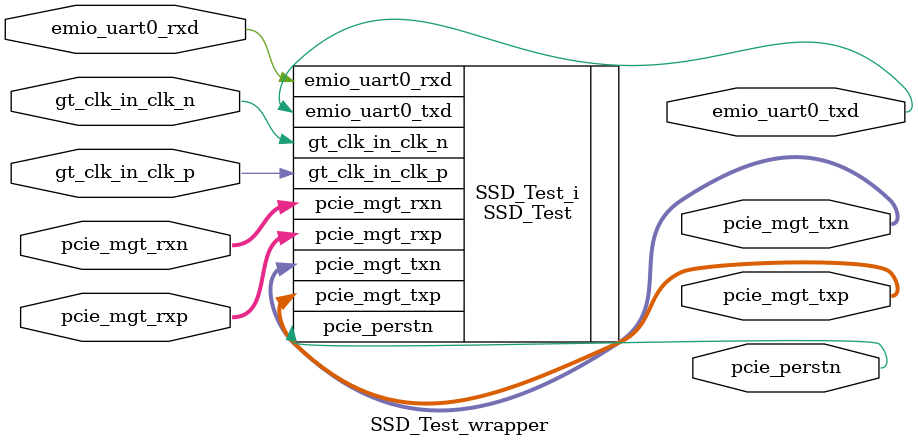
<source format=v>
`timescale 1 ps / 1 ps

module SSD_Test_wrapper
   (emio_uart0_rxd,
    emio_uart0_txd,
    gt_clk_in_clk_n,
    gt_clk_in_clk_p,
    pcie_mgt_rxn,
    pcie_mgt_rxp,
    pcie_mgt_txn,
    pcie_mgt_txp,
    pcie_perstn);
  input emio_uart0_rxd;
  output emio_uart0_txd;
  input [0:0]gt_clk_in_clk_n;
  input [0:0]gt_clk_in_clk_p;
  input [3:0]pcie_mgt_rxn;
  input [3:0]pcie_mgt_rxp;
  output [3:0]pcie_mgt_txn;
  output [3:0]pcie_mgt_txp;
  output pcie_perstn;

  wire emio_uart0_rxd;
  wire emio_uart0_txd;
  wire [0:0]gt_clk_in_clk_n;
  wire [0:0]gt_clk_in_clk_p;
  wire [3:0]pcie_mgt_rxn;
  wire [3:0]pcie_mgt_rxp;
  wire [3:0]pcie_mgt_txn;
  wire [3:0]pcie_mgt_txp;
  wire pcie_perstn;

  SSD_Test SSD_Test_i
       (.emio_uart0_rxd(emio_uart0_rxd),
        .emio_uart0_txd(emio_uart0_txd),
        .gt_clk_in_clk_n(gt_clk_in_clk_n),
        .gt_clk_in_clk_p(gt_clk_in_clk_p),
        .pcie_mgt_rxn(pcie_mgt_rxn),
        .pcie_mgt_rxp(pcie_mgt_rxp),
        .pcie_mgt_txn(pcie_mgt_txn),
        .pcie_mgt_txp(pcie_mgt_txp),
        .pcie_perstn(pcie_perstn));
endmodule

</source>
